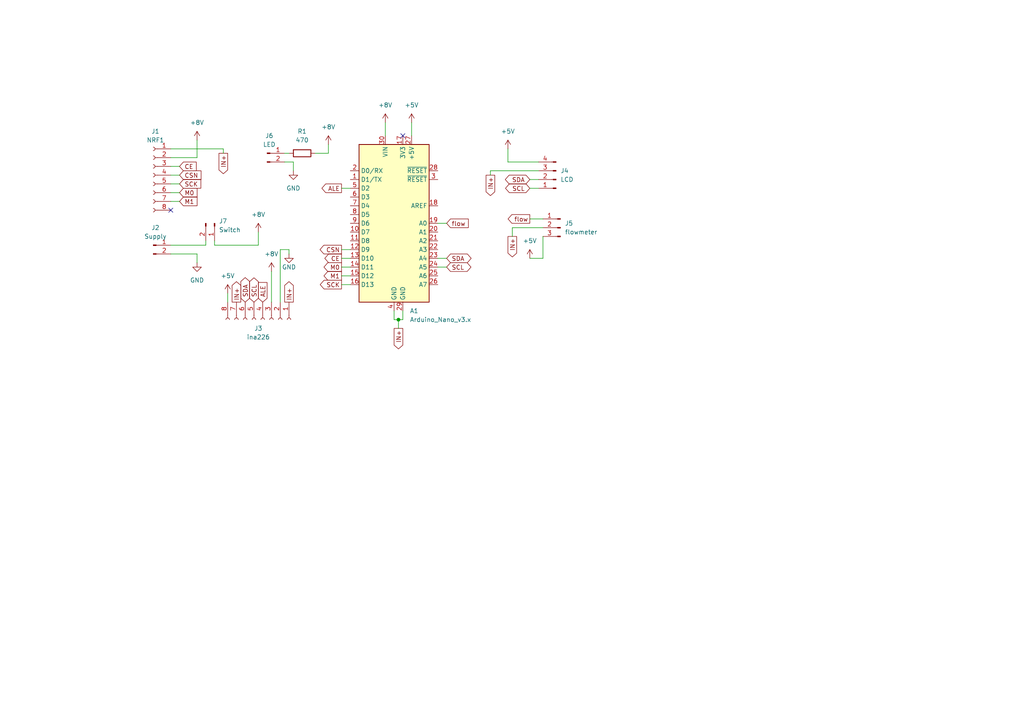
<source format=kicad_sch>
(kicad_sch (version 20211123) (generator eeschema)
  (paper "A4")
  (lib_symbols
    (symbol "Connector:Conn_01x02_Male" (pin_names (offset 1.016) hide)
      (property "Reference" "J" (at 0 2.54 0))
      (property "Value" "Conn_01x02_Male" (at 0 -5.08 0))
      (symbol "Conn_01x02_Male_1_1"
        (polyline (pts (xy 1.27 -2.54) (xy 0.8636 -2.54)) (stroke (width 0.1524)))
        (polyline (pts (xy 1.27 0) (xy 0.8636 0)) (stroke (width 0.1524)))
        (rectangle (start 0.8636 -2.413) (end 0 -2.667) (stroke (width 0.1524)) (fill (type outline)))
        (rectangle (start 0.8636 0.127) (end 0 -0.127) (stroke (width 0.1524)) (fill (type outline)))
        (pin passive line (at 5.08 0 180) (length 3.81) (name "Pin_1") (number "1"))
        (pin passive line (at 5.08 -2.54 180) (length 3.81) (name "Pin_2") (number "2"))
      )
    )
    (symbol "Connector:Conn_01x03_Male" (pin_names (offset 1.016) hide)
      (property "Reference" "J" (at 0 5.08 0))
      (property "Value" "Conn_01x03_Male" (at 0 -5.08 0))
      (symbol "Conn_01x03_Male_1_1"
        (polyline (pts (xy 1.27 -2.54) (xy 0.8636 -2.54)) (stroke (width 0.1524)))
        (polyline (pts (xy 1.27 0) (xy 0.8636 0)) (stroke (width 0.1524)))
        (polyline (pts (xy 1.27 2.54) (xy 0.8636 2.54)) (stroke (width 0.1524)))
        (rectangle (start 0.8636 -2.413) (end 0 -2.667) (stroke (width 0.1524)) (fill (type outline)))
        (rectangle (start 0.8636 0.127) (end 0 -0.127) (stroke (width 0.1524)) (fill (type outline)))
        (rectangle (start 0.8636 2.667) (end 0 2.413) (stroke (width 0.1524)) (fill (type outline)))
        (pin passive line (at 5.08 2.54 180) (length 3.81) (name "Pin_1") (number "1"))
        (pin passive line (at 5.08 0 180) (length 3.81) (name "Pin_2") (number "2"))
        (pin passive line (at 5.08 -2.54 180) (length 3.81) (name "Pin_3") (number "3"))
      )
    )
    (symbol "Connector:Conn_01x04_Male" (pin_names (offset 1.016) hide)
      (property "Reference" "J" (at 0 5.08 0))
      (property "Value" "Conn_01x04_Male" (at 0 -7.62 0))
      (symbol "Conn_01x04_Male_1_1"
        (polyline (pts (xy 1.27 -5.08) (xy 0.8636 -5.08)) (stroke (width 0.1524)))
        (polyline (pts (xy 1.27 -2.54) (xy 0.8636 -2.54)) (stroke (width 0.1524)))
        (polyline (pts (xy 1.27 0) (xy 0.8636 0)) (stroke (width 0.1524)))
        (polyline (pts (xy 1.27 2.54) (xy 0.8636 2.54)) (stroke (width 0.1524)))
        (rectangle (start 0.8636 -4.953) (end 0 -5.207) (stroke (width 0.1524)) (fill (type outline)))
        (rectangle (start 0.8636 -2.413) (end 0 -2.667) (stroke (width 0.1524)) (fill (type outline)))
        (rectangle (start 0.8636 0.127) (end 0 -0.127) (stroke (width 0.1524)) (fill (type outline)))
        (rectangle (start 0.8636 2.667) (end 0 2.413) (stroke (width 0.1524)) (fill (type outline)))
        (pin passive line (at 5.08 2.54 180) (length 3.81) (name "Pin_1") (number "1"))
        (pin passive line (at 5.08 0 180) (length 3.81) (name "Pin_2") (number "2"))
        (pin passive line (at 5.08 -2.54 180) (length 3.81) (name "Pin_3") (number "3"))
        (pin passive line (at 5.08 -5.08 180) (length 3.81) (name "Pin_4") (number "4"))
      )
    )
    (symbol "Connector:Conn_01x08_Female" (pin_names (offset 1.016) hide)
      (property "Reference" "J" (at 0 10.16 0))
      (property "Value" "Conn_01x08_Female" (at 0 -12.7 0))
      (symbol "Conn_01x08_Female_1_1"
        (arc (start 0 -9.652) (mid -0.508 -10.16) (end 0 -10.668) (stroke (width 0.1524)))
        (arc (start 0 -7.112) (mid -0.508 -7.62) (end 0 -8.128) (stroke (width 0.1524)))
        (arc (start 0 -4.572) (mid -0.508 -5.08) (end 0 -5.588) (stroke (width 0.1524)))
        (arc (start 0 -2.032) (mid -0.508 -2.54) (end 0 -3.048) (stroke (width 0.1524)))
        (polyline (pts (xy -1.27 -10.16) (xy -0.508 -10.16)) (stroke (width 0.1524)))
        (polyline (pts (xy -1.27 -7.62) (xy -0.508 -7.62)) (stroke (width 0.1524)))
        (polyline (pts (xy -1.27 -5.08) (xy -0.508 -5.08)) (stroke (width 0.1524)))
        (polyline (pts (xy -1.27 -2.54) (xy -0.508 -2.54)) (stroke (width 0.1524)))
        (polyline (pts (xy -1.27 0) (xy -0.508 0)) (stroke (width 0.1524)))
        (polyline (pts (xy -1.27 2.54) (xy -0.508 2.54)) (stroke (width 0.1524)))
        (polyline (pts (xy -1.27 5.08) (xy -0.508 5.08)) (stroke (width 0.1524)))
        (polyline (pts (xy -1.27 7.62) (xy -0.508 7.62)) (stroke (width 0.1524)))
        (arc (start 0 0.508) (mid -0.508 0) (end 0 -0.508) (stroke (width 0.1524)))
        (arc (start 0 3.048) (mid -0.508 2.54) (end 0 2.032) (stroke (width 0.1524)))
        (arc (start 0 5.588) (mid -0.508 5.08) (end 0 4.572) (stroke (width 0.1524)))
        (arc (start 0 8.128) (mid -0.508 7.62) (end 0 7.112) (stroke (width 0.1524)))
        (pin passive line (at -5.08 7.62 0) (length 3.81) (name "Pin_1") (number "1"))
        (pin passive line (at -5.08 5.08 0) (length 3.81) (name "Pin_2") (number "2"))
        (pin passive line (at -5.08 2.54 0) (length 3.81) (name "Pin_3") (number "3"))
        (pin passive line (at -5.08 0 0) (length 3.81) (name "Pin_4") (number "4"))
        (pin passive line (at -5.08 -2.54 0) (length 3.81) (name "Pin_5") (number "5"))
        (pin passive line (at -5.08 -5.08 0) (length 3.81) (name "Pin_6") (number "6"))
        (pin passive line (at -5.08 -7.62 0) (length 3.81) (name "Pin_7") (number "7"))
        (pin passive line (at -5.08 -10.16 0) (length 3.81) (name "Pin_8") (number "8"))
      )
    )
    (symbol "Device:R" (pin_numbers hide) (pin_names (offset 0))
      (property "Reference" "R" (at 2.032 0 90))
      (property "Value" "R" (at 0 0 90))
      (symbol "R_0_1"
        (rectangle (start -1.016 -2.54) (end 1.016 2.54) (stroke (width 0.254)))
      )
      (symbol "R_1_1"
        (pin passive line (at 0 3.81 270) (length 1.27) (name "~") (number "1"))
        (pin passive line (at 0 -3.81 90) (length 1.27) (name "~") (number "2"))
      )
    )
    (symbol "MCU_Module:Arduino_Nano_v3.x"
      (property "Reference" "A" (at -10.16 23.495 0))
      (property "Value" "Arduino_Nano_v3.x" (at 5.08 -24.13 0))
      (symbol "Arduino_Nano_v3.x_0_1"
        (rectangle (start -10.16 22.86) (end 10.16 -22.86) (stroke (width 0.254)) (fill (type background)))
      )
      (symbol "Arduino_Nano_v3.x_1_1"
        (pin bidirectional line (at -12.7 12.7 0) (length 2.54) (name "D1/TX") (number "1"))
        (pin bidirectional line (at -12.7 -2.54 0) (length 2.54) (name "D7") (number "10"))
        (pin bidirectional line (at -12.7 -5.08 0) (length 2.54) (name "D8") (number "11"))
        (pin bidirectional line (at -12.7 -7.62 0) (length 2.54) (name "D9") (number "12"))
        (pin bidirectional line (at -12.7 -10.16 0) (length 2.54) (name "D10") (number "13"))
        (pin bidirectional line (at -12.7 -12.7 0) (length 2.54) (name "D11") (number "14"))
        (pin bidirectional line (at -12.7 -15.24 0) (length 2.54) (name "D12") (number "15"))
        (pin bidirectional line (at -12.7 -17.78 0) (length 2.54) (name "D13") (number "16"))
        (pin power_out line (at 2.54 25.4 270) (length 2.54) (name "3V3") (number "17"))
        (pin input line (at 12.7 5.08 180) (length 2.54) (name "AREF") (number "18"))
        (pin bidirectional line (at 12.7 0 180) (length 2.54) (name "A0") (number "19"))
        (pin bidirectional line (at -12.7 15.24 0) (length 2.54) (name "D0/RX") (number "2"))
        (pin bidirectional line (at 12.7 -2.54 180) (length 2.54) (name "A1") (number "20"))
        (pin bidirectional line (at 12.7 -5.08 180) (length 2.54) (name "A2") (number "21"))
        (pin bidirectional line (at 12.7 -7.62 180) (length 2.54) (name "A3") (number "22"))
        (pin bidirectional line (at 12.7 -10.16 180) (length 2.54) (name "A4") (number "23"))
        (pin bidirectional line (at 12.7 -12.7 180) (length 2.54) (name "A5") (number "24"))
        (pin bidirectional line (at 12.7 -15.24 180) (length 2.54) (name "A6") (number "25"))
        (pin bidirectional line (at 12.7 -17.78 180) (length 2.54) (name "A7") (number "26"))
        (pin power_out line (at 5.08 25.4 270) (length 2.54) (name "+5V") (number "27"))
        (pin input line (at 12.7 15.24 180) (length 2.54) (name "~{RESET}") (number "28"))
        (pin power_in line (at 2.54 -25.4 90) (length 2.54) (name "GND") (number "29"))
        (pin input line (at 12.7 12.7 180) (length 2.54) (name "~{RESET}") (number "3"))
        (pin power_in line (at -2.54 25.4 270) (length 2.54) (name "VIN") (number "30"))
        (pin power_in line (at 0 -25.4 90) (length 2.54) (name "GND") (number "4"))
        (pin bidirectional line (at -12.7 10.16 0) (length 2.54) (name "D2") (number "5"))
        (pin bidirectional line (at -12.7 7.62 0) (length 2.54) (name "D3") (number "6"))
        (pin bidirectional line (at -12.7 5.08 0) (length 2.54) (name "D4") (number "7"))
        (pin bidirectional line (at -12.7 2.54 0) (length 2.54) (name "D5") (number "8"))
        (pin bidirectional line (at -12.7 0 0) (length 2.54) (name "D6") (number "9"))
      )
    )
    (symbol "power:+5V" (power) (pin_names (offset 0))
      (property "Value" "+5V" (at 0 3.556 0))
      (symbol "+5V_0_1"
        (polyline (pts (xy -0.762 1.27) (xy 0 2.54)))
        (polyline (pts (xy 0 0) (xy 0 2.54)))
        (polyline (pts (xy 0 2.54) (xy 0.762 1.27)))
      )
      (symbol "+5V_1_1"
        (pin power_in line (at 0 0 90) (length 0) hide (name "+5V") (number "1"))
      )
    )
    (symbol "power:+8V" (power) (pin_names (offset 0))
      (property "Value" "+8V" (at 0 3.556 0))
      (symbol "+8V_0_1"
        (polyline (pts (xy -0.762 1.27) (xy 0 2.54)))
        (polyline (pts (xy 0 0) (xy 0 2.54)))
        (polyline (pts (xy 0 2.54) (xy 0.762 1.27)))
      )
      (symbol "+8V_1_1"
        (pin power_in line (at 0 0 90) (length 0) hide (name "+8V") (number "1"))
      )
    )
    (symbol "power:GND" (power) (pin_names (offset 0))
      (property "Value" "GND" (at 0 -3.81 0))
      (symbol "GND_0_1"
        (polyline (pts (xy 0 0) (xy 0 -1.27) (xy 1.27 -1.27) (xy 0 -2.54) (xy -1.27 -1.27) (xy 0 -1.27)))
      )
      (symbol "GND_1_1"
        (pin power_in line (at 0 0 270) (length 0) hide (name "GND") (number "1"))
      )
    )
  )
  (junction (at 115.57 92.71))
  (no_connect (at 116.84 39.37))
  (no_connect (at 49.53 60.96))
  (wire (pts (xy 78.74 78.74) (xy 78.74 87.63)))
  (wire (pts (xy 49.53 73.66) (xy 57.15 73.66)))
  (wire (pts (xy 111.76 35.56) (xy 111.76 39.37)))
  (wire (pts (xy 49.53 48.26) (xy 52.07 48.26)))
  (wire (pts (xy 49.53 53.34) (xy 52.07 53.34)))
  (wire (pts (xy 116.84 92.71) (xy 115.57 92.71)))
  (wire (pts (xy 95.25 41.91) (xy 95.25 44.45)))
  (wire (pts (xy 57.15 76.2) (xy 57.15 73.66)))
  (wire (pts (xy 157.48 74.93) (xy 157.48 68.58)))
  (wire (pts (xy 64.77 43.18) (xy 49.53 43.18)))
  (wire (pts (xy 153.67 74.93) (xy 157.48 74.93)))
  (wire (pts (xy 116.84 90.17) (xy 116.84 92.71)))
  (wire (pts (xy 85.09 46.99) (xy 82.55 46.99)))
  (wire (pts (xy 142.24 50.8) (xy 142.24 49.53)))
  (wire (pts (xy 85.09 49.53) (xy 85.09 46.99)))
  (wire (pts (xy 99.06 54.61) (xy 101.6 54.61)))
  (wire (pts (xy 81.28 72.39) (xy 83.82 72.39)))
  (wire (pts (xy 99.06 82.55) (xy 101.6 82.55)))
  (wire (pts (xy 153.67 54.61) (xy 156.21 54.61)))
  (wire (pts (xy 49.53 55.88) (xy 52.07 55.88)))
  (wire (pts (xy 64.77 44.45) (xy 64.77 43.18)))
  (wire (pts (xy 59.69 69.85) (xy 59.69 71.12)))
  (wire (pts (xy 81.28 72.39) (xy 81.28 87.63)))
  (wire (pts (xy 95.25 44.45) (xy 91.44 44.45)))
  (wire (pts (xy 127 77.47) (xy 129.54 77.47)))
  (wire (pts (xy 115.57 95.25) (xy 115.57 92.71)))
  (wire (pts (xy 99.06 72.39) (xy 101.6 72.39)))
  (wire (pts (xy 119.38 35.56) (xy 119.38 39.37)))
  (wire (pts (xy 148.59 66.04) (xy 157.48 66.04)))
  (wire (pts (xy 142.24 49.53) (xy 156.21 49.53)))
  (wire (pts (xy 127 64.77) (xy 129.54 64.77)))
  (wire (pts (xy 74.93 71.12) (xy 62.23 71.12)))
  (wire (pts (xy 153.67 63.5) (xy 157.48 63.5)))
  (wire (pts (xy 83.82 72.39) (xy 83.82 73.66)))
  (wire (pts (xy 129.54 74.93) (xy 127 74.93)))
  (wire (pts (xy 57.15 45.72) (xy 49.53 45.72)))
  (wire (pts (xy 147.32 43.18) (xy 147.32 46.99)))
  (wire (pts (xy 49.53 71.12) (xy 59.69 71.12)))
  (wire (pts (xy 66.04 85.09) (xy 66.04 87.63)))
  (wire (pts (xy 114.3 92.71) (xy 114.3 90.17)))
  (wire (pts (xy 49.53 58.42) (xy 52.07 58.42)))
  (wire (pts (xy 62.23 71.12) (xy 62.23 69.85)))
  (wire (pts (xy 99.06 77.47) (xy 101.6 77.47)))
  (wire (pts (xy 74.93 67.31) (xy 74.93 71.12)))
  (wire (pts (xy 115.57 92.71) (xy 114.3 92.71)))
  (wire (pts (xy 49.53 50.8) (xy 52.07 50.8)))
  (wire (pts (xy 148.59 68.58) (xy 148.59 66.04)))
  (wire (pts (xy 82.55 44.45) (xy 83.82 44.45)))
  (wire (pts (xy 99.06 80.01) (xy 101.6 80.01)))
  (wire (pts (xy 99.06 74.93) (xy 101.6 74.93)))
  (wire (pts (xy 147.32 46.99) (xy 156.21 46.99)))
  (wire (pts (xy 153.67 52.07) (xy 156.21 52.07)))
  (wire (pts (xy 57.15 40.64) (xy 57.15 45.72)))
  (global_label "SDA" (shape bidirectional) (at 71.12 87.63 90) (property "Intersheet References" "${INTERSHEET_REFS}" (effects hide)))
  (global_label "IN+" (shape output) (at 142.24 50.8 270) (property "Intersheet References" "${INTERSHEET_REFS}" (effects hide)))
  (global_label "IN+" (shape output) (at 83.82 87.63 90) (property "Intersheet References" "${INTERSHEET_REFS}" (effects hide)))
  (global_label "SCL" (shape bidirectional) (at 129.54 77.47 0) (property "Intersheet References" "${INTERSHEET_REFS}" (effects hide)))
  (global_label "ALE" (shape output) (at 99.06 54.61 180) (property "Intersheet References" "${INTERSHEET_REFS}" (effects hide)))
  (global_label "flow" (shape output) (at 153.67 63.5 180) (property "Intersheet References" "${INTERSHEET_REFS}" (effects hide)))
  (global_label "CE" (shape output) (at 99.06 74.93 180) (property "Intersheet References" "${INTERSHEET_REFS}" (effects hide)))
  (global_label "SCL" (shape bidirectional) (at 73.66 87.63 90) (property "Intersheet References" "${INTERSHEET_REFS}" (effects hide)))
  (global_label "IN+" (shape output) (at 64.77 44.45 270) (property "Intersheet References" "${INTERSHEET_REFS}" (effects hide)))
  (global_label "IN+" (shape output) (at 148.59 68.58 270) (property "Intersheet References" "${INTERSHEET_REFS}" (effects hide)))
  (global_label "M0" (shape output) (at 99.06 77.47 180) (property "Intersheet References" "${INTERSHEET_REFS}" (effects hide)))
  (global_label "SCL" (shape bidirectional) (at 153.67 54.61 180) (property "Intersheet References" "${INTERSHEET_REFS}" (effects hide)))
  (global_label "ALE" (shape input) (at 76.2 87.63 90) (property "Intersheet References" "${INTERSHEET_REFS}" (effects hide)))
  (global_label "CE" (shape input) (at 52.07 48.26 0) (property "Intersheet References" "${INTERSHEET_REFS}" (effects hide)))
  (global_label "SCK" (shape output) (at 99.06 82.55 180) (property "Intersheet References" "${INTERSHEET_REFS}" (effects hide)))
  (global_label "SDA" (shape bidirectional) (at 129.54 74.93 0) (property "Intersheet References" "${INTERSHEET_REFS}" (effects hide)))
  (global_label "SDA" (shape bidirectional) (at 153.67 52.07 180) (property "Intersheet References" "${INTERSHEET_REFS}" (effects hide)))
  (global_label "SCK" (shape input) (at 52.07 53.34 0) (property "Intersheet References" "${INTERSHEET_REFS}" (effects hide)))
  (global_label "IN+" (shape output) (at 115.57 95.25 270) (property "Intersheet References" "${INTERSHEET_REFS}" (effects hide)))
  (global_label "CSN" (shape input) (at 52.07 50.8 0) (property "Intersheet References" "${INTERSHEET_REFS}" (effects hide)))
  (global_label "M1" (shape input) (at 52.07 58.42 0) (property "Intersheet References" "${INTERSHEET_REFS}" (effects hide)))
  (global_label "CSN" (shape output) (at 99.06 72.39 180) (property "Intersheet References" "${INTERSHEET_REFS}" (effects hide)))
  (global_label "M0" (shape input) (at 52.07 55.88 0) (property "Intersheet References" "${INTERSHEET_REFS}" (effects hide)))
  (global_label "IN+" (shape output) (at 68.58 87.63 90) (property "Intersheet References" "${INTERSHEET_REFS}" (effects hide)))
  (global_label "flow" (shape input) (at 129.54 64.77 0) (property "Intersheet References" "${INTERSHEET_REFS}" (effects hide)))
  (global_label "M1" (shape output) (at 99.06 80.01 180) (property "Intersheet References" "${INTERSHEET_REFS}" (effects hide)))
  (symbol (lib_id "power:+8V") (at 111.76 35.56 0) (unit 1)
    (property "Reference" "#PWR02" (effects hide))
    (property "Value" "+8V" (at 111.76 30.48 0))
  )
  (symbol (lib_id "Connector:Conn_01x02_Male") (at 77.47 44.45 0) (unit 1)
    (property "Reference" "J6" (at 78.105 39.37 0))
    (property "Value" "LED" (at 78.105 41.91 0))
    (property "Footprint" "Connector_JST:JST_EH_B2B-EH-A_1x02_P2.50mm_Vertical" (effects hide))
  )
  (symbol (lib_id "Connector:Conn_01x03_Male") (at 162.56 66.04 0) (mirror y) (unit 1)
    (property "Reference" "J5" (at 163.83 64.7699 0) (effects (justify right)))
    (property "Value" "flowmeter" (at 163.83 67.3099 0) (effects (justify right)))
    (property "Footprint" "Connector_JST:JST_EH_B3B-EH-A_1x03_P2.50mm_Vertical" (effects hide))
  )
  (symbol (lib_id "power:+5V") (at 147.32 43.18 0) (unit 1)
    (property "Reference" "#PWR09" (effects hide))
    (property "Value" "+5V" (at 147.32 38.1 0))
  )
  (symbol (lib_id "Connector:Conn_01x02_Male") (at 62.23 64.77 270) (unit 1)
    (property "Reference" "J7" (at 63.5 64.1349 90) (effects (justify left)))
    (property "Value" "Switch" (at 63.5 66.6749 90) (effects (justify left)))
    (property "Footprint" "Connector_JST:JST_EH_B2B-EH-A_1x02_P2.50mm_Vertical" (effects hide))
  )
  (symbol (lib_id "power:GND") (at 85.09 49.53 0) (unit 1)
    (property "Reference" "#PWR0102" (effects hide))
    (property "Value" "GND" (at 85.09 54.61 0))
  )
  (symbol (lib_id "Connector:Conn_01x02_Male") (at 44.45 71.12 0) (unit 1)
    (property "Reference" "J2" (at 45.085 66.04 0))
    (property "Value" "Supply" (at 45.085 68.58 0))
    (property "Footprint" "Connector_PinHeader_2.54mm:PinHeader_1x02_P2.54mm_Vertical" (effects hide))
  )
  (symbol (lib_id "power:+8V") (at 95.25 41.91 0) (unit 1)
    (property "Reference" "#PWR0103" (effects hide))
    (property "Value" "+8V" (at 95.25 36.83 0))
  )
  (symbol (lib_id "power:+5V") (at 66.04 85.09 0) (unit 1)
    (property "Reference" "#PWR05" (effects hide))
    (property "Value" "+5V" (at 66.04 80.01 0))
  )
  (symbol (lib_id "Connector:Conn_01x04_Male") (at 161.29 52.07 180) (unit 1)
    (property "Reference" "J4" (at 162.56 49.5299 0) (effects (justify right)))
    (property "Value" "LCD" (at 162.56 52.0699 0) (effects (justify right)))
    (property "Footprint" "Connector_JST:JST_EH_B4B-EH-A_1x04_P2.50mm_Vertical" (effects hide))
  )
  (symbol (lib_id "Connector:Conn_01x08_Female") (at 44.45 50.8 0) (mirror y) (unit 1)
    (property "Reference" "J1" (at 45.085 38.1 0))
    (property "Value" "NRF1" (at 45.085 40.64 0))
    (property "Footprint" "RF:NRF_adapter" (effects hide))
  )
  (symbol (lib_id "power:GND") (at 57.15 76.2 0) (unit 1)
    (property "Reference" "#PWR03" (effects hide))
    (property "Value" "GND" (at 57.15 81.28 0))
  )
  (symbol (lib_id "power:+5V") (at 119.38 35.56 0) (unit 1)
    (property "Reference" "#PWR08" (effects hide))
    (property "Value" "+5V" (at 119.38 30.48 0))
  )
  (symbol (lib_id "Device:R") (at 87.63 44.45 90) (unit 1)
    (property "Reference" "R1" (at 87.63 38.1 90))
    (property "Value" "470" (at 87.63 40.64 90))
    (property "Footprint" "Resistor_THT:R_Axial_DIN0204_L3.6mm_D1.6mm_P7.62mm_Horizontal" (effects hide))
  )
  (symbol (lib_id "power:+8V") (at 57.15 40.64 0) (unit 1)
    (property "Reference" "#PWR04" (effects hide))
    (property "Value" "+8V" (at 57.15 35.56 0))
  )
  (symbol (lib_id "power:+8V") (at 74.93 67.31 0) (unit 1)
    (property "Reference" "#PWR01" (effects hide))
    (property "Value" "+8V" (at 74.93 62.23 0))
  )
  (symbol (lib_id "power:GND") (at 83.82 73.66 0) (unit 1)
    (property "Reference" "#PWR07" (effects hide))
    (property "Value" "GND" (at 83.82 77.47 0))
  )
  (symbol (lib_id "MCU_Module:Arduino_Nano_v3.x") (at 114.3 64.77 0) (unit 1)
    (property "Reference" "A1" (at 118.8594 90.17 0) (effects (justify left)))
    (property "Value" "Arduino_Nano_v3.x" (at 118.8594 92.71 0) (effects (justify left)))
    (property "Footprint" "Module:Arduino_Nano" (effects hide))
    (property "Datasheet" "http://www.mouser.com/pdfdocs/Gravitech_Arduino_Nano3_0.pdf" (effects hide))
  )
  (symbol (lib_id "power:+5V") (at 153.67 74.93 0) (unit 1)
    (property "Reference" "#PWR0101" (effects hide))
    (property "Value" "+5V" (at 153.67 69.85 0))
  )
  (symbol (lib_id "Connector:Conn_01x08_Female") (at 76.2 92.71 270) (unit 1)
    (property "Reference" "J3" (at 74.93 95.25 90))
    (property "Value" "ina226" (at 74.93 97.79 90))
    (property "Footprint" "Connector_PinHeader_2.54mm:PinHeader_1x08_P2.54mm_Vertical" (effects hide))
  )
  (symbol (lib_id "power:+8V") (at 78.74 78.74 0) (unit 1)
    (property "Reference" "#PWR0104" (effects hide))
    (property "Value" "+8V" (at 78.74 73.66 0))
  )
)
</source>
